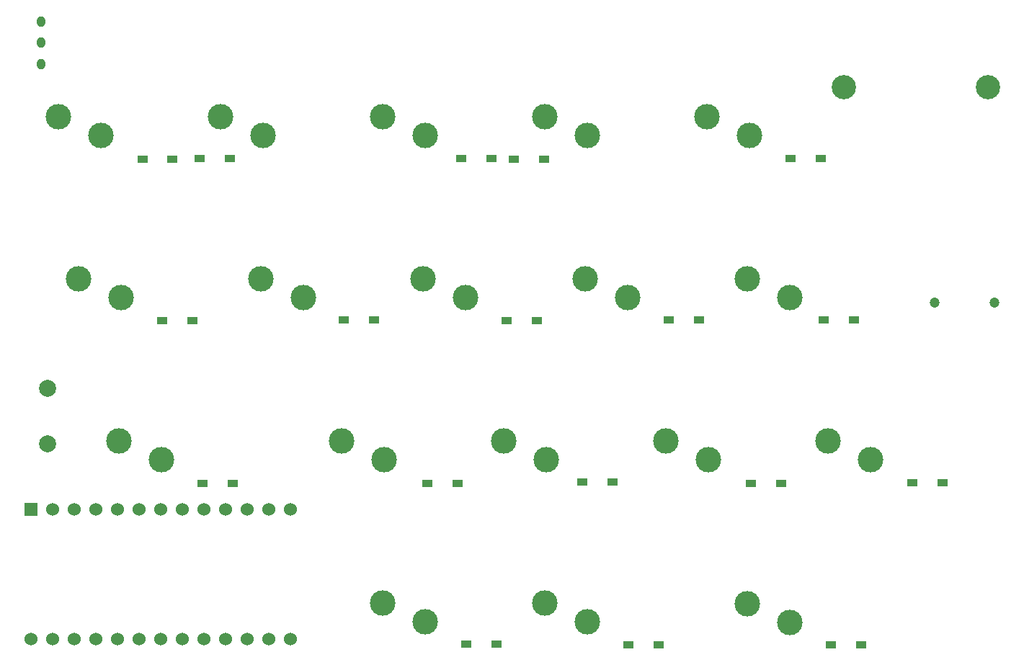
<source format=gbr>
%TF.GenerationSoftware,KiCad,Pcbnew,7.0.8*%
%TF.CreationDate,2024-11-10T08:48:31+09:00*%
%TF.ProjectId,cool937,636f6f6c-3933-4372-9e6b-696361645f70,rev?*%
%TF.SameCoordinates,Original*%
%TF.FileFunction,Soldermask,Top*%
%TF.FilePolarity,Negative*%
%FSLAX46Y46*%
G04 Gerber Fmt 4.6, Leading zero omitted, Abs format (unit mm)*
G04 Created by KiCad (PCBNEW 7.0.8) date 2024-11-10 08:48:31*
%MOMM*%
%LPD*%
G01*
G04 APERTURE LIST*
%ADD10R,1.300000X0.950000*%
%ADD11C,3.000000*%
%ADD12C,2.000000*%
%ADD13C,1.200000*%
%ADD14O,1.000000X1.300000*%
%ADD15C,2.850000*%
%ADD16C,1.524000*%
%ADD17R,1.524000X1.524000*%
G04 APERTURE END LIST*
D10*
%TO.C,D14*%
X122945000Y-124960000D03*
X126495000Y-124960000D03*
%TD*%
D11*
%TO.C,SW21*%
X58330000Y-139180000D03*
X63330000Y-141380000D03*
%TD*%
%TO.C,SW15*%
X132140000Y-120120000D03*
X137140000Y-122320000D03*
%TD*%
D10*
%TO.C,D15*%
X141155000Y-124890000D03*
X144705000Y-124890000D03*
%TD*%
D11*
%TO.C,SW33*%
X108340000Y-158230000D03*
X113340000Y-160430000D03*
%TD*%
D10*
%TO.C,D21*%
X68205000Y-144100000D03*
X71755000Y-144100000D03*
%TD*%
%TO.C,D13*%
X103915000Y-125030000D03*
X107465000Y-125030000D03*
%TD*%
D11*
%TO.C,SW4*%
X108340000Y-101070000D03*
X113340000Y-103270000D03*
%TD*%
%TO.C,SW3*%
X89290000Y-101070000D03*
X94290000Y-103270000D03*
%TD*%
D12*
%TO.C,SW41*%
X49920000Y-139480000D03*
X49920000Y-132980000D03*
%TD*%
D10*
%TO.C,D25*%
X151575000Y-144030000D03*
X155125000Y-144030000D03*
%TD*%
%TO.C,D34*%
X142005000Y-163140000D03*
X145555000Y-163140000D03*
%TD*%
D11*
%TO.C,SW1*%
X51190000Y-101070000D03*
X56190000Y-103270000D03*
%TD*%
D10*
%TO.C,D24*%
X132560000Y-144150000D03*
X136110000Y-144150000D03*
%TD*%
%TO.C,D12*%
X84775000Y-124920000D03*
X88325000Y-124920000D03*
%TD*%
D11*
%TO.C,SW25*%
X141690000Y-139150000D03*
X146690000Y-141350000D03*
%TD*%
%TO.C,SW23*%
X103590000Y-139150000D03*
X108590000Y-141350000D03*
%TD*%
D10*
%TO.C,D11*%
X63425000Y-124990000D03*
X66975000Y-124990000D03*
%TD*%
D11*
%TO.C,SW2*%
X70240000Y-101070000D03*
X75240000Y-103270000D03*
%TD*%
D10*
%TO.C,D5*%
X137275000Y-105940000D03*
X140825000Y-105940000D03*
%TD*%
D11*
%TO.C,SW11*%
X53570000Y-120130000D03*
X58570000Y-122330000D03*
%TD*%
%TO.C,SW5*%
X127390000Y-101070000D03*
X132390000Y-103270000D03*
%TD*%
%TO.C,SW32*%
X89290000Y-158230000D03*
X94290000Y-160430000D03*
%TD*%
D10*
%TO.C,D1*%
X61095000Y-106030000D03*
X64645000Y-106030000D03*
%TD*%
D11*
%TO.C,SW12*%
X74990000Y-120120000D03*
X79990000Y-122320000D03*
%TD*%
D10*
%TO.C,D33*%
X118215000Y-163080000D03*
X121765000Y-163080000D03*
%TD*%
%TO.C,D23*%
X112765000Y-144010000D03*
X116315000Y-144010000D03*
%TD*%
%TO.C,D32*%
X99155000Y-163050000D03*
X102705000Y-163050000D03*
%TD*%
D11*
%TO.C,SW22*%
X84540000Y-139150000D03*
X89540000Y-141350000D03*
%TD*%
%TO.C,SW14*%
X113090000Y-120120000D03*
X118090000Y-122320000D03*
%TD*%
D10*
%TO.C,D3*%
X98560000Y-105970000D03*
X102110000Y-105970000D03*
%TD*%
%TO.C,D4*%
X104755000Y-106000000D03*
X108305000Y-106000000D03*
%TD*%
D11*
%TO.C,SW24*%
X122640000Y-139150000D03*
X127640000Y-141350000D03*
%TD*%
D10*
%TO.C,D22*%
X94550000Y-144140000D03*
X98100000Y-144140000D03*
%TD*%
D13*
%TO.C,J1*%
X161180000Y-122880000D03*
X154180000Y-122880000D03*
%TD*%
D10*
%TO.C,D2*%
X67835000Y-105960000D03*
X71385000Y-105960000D03*
%TD*%
D11*
%TO.C,SW13*%
X94040000Y-120120000D03*
X99040000Y-122320000D03*
%TD*%
%TO.C,SW34*%
X132140000Y-158240000D03*
X137140000Y-160440000D03*
%TD*%
D14*
%TO.C,SW42*%
X49220000Y-89850000D03*
X49220000Y-92350000D03*
X49220000Y-94850000D03*
%TD*%
D15*
%TO.C,BT1*%
X160440000Y-97600000D03*
X143540000Y-97600000D03*
%TD*%
D16*
%TO.C,U2*%
X50540000Y-162390000D03*
X53080000Y-162390000D03*
X55620000Y-162390000D03*
X58160000Y-162390000D03*
X60700000Y-162390000D03*
X63240000Y-162390000D03*
X65780000Y-162390000D03*
X68320000Y-162390000D03*
X70860000Y-162390000D03*
X73400000Y-162390000D03*
X75940000Y-162390000D03*
X78480000Y-162390000D03*
X78480000Y-147170000D03*
X75940000Y-147170000D03*
X73400000Y-147170000D03*
X70860000Y-147170000D03*
X68320000Y-147170000D03*
X65780000Y-147170000D03*
X63240000Y-147170000D03*
X60700000Y-147170000D03*
X58160000Y-147170000D03*
X55620000Y-147170000D03*
X53080000Y-147170000D03*
X50540000Y-147170000D03*
D17*
X48000000Y-147170000D03*
D16*
X48000000Y-162390000D03*
%TD*%
M02*

</source>
